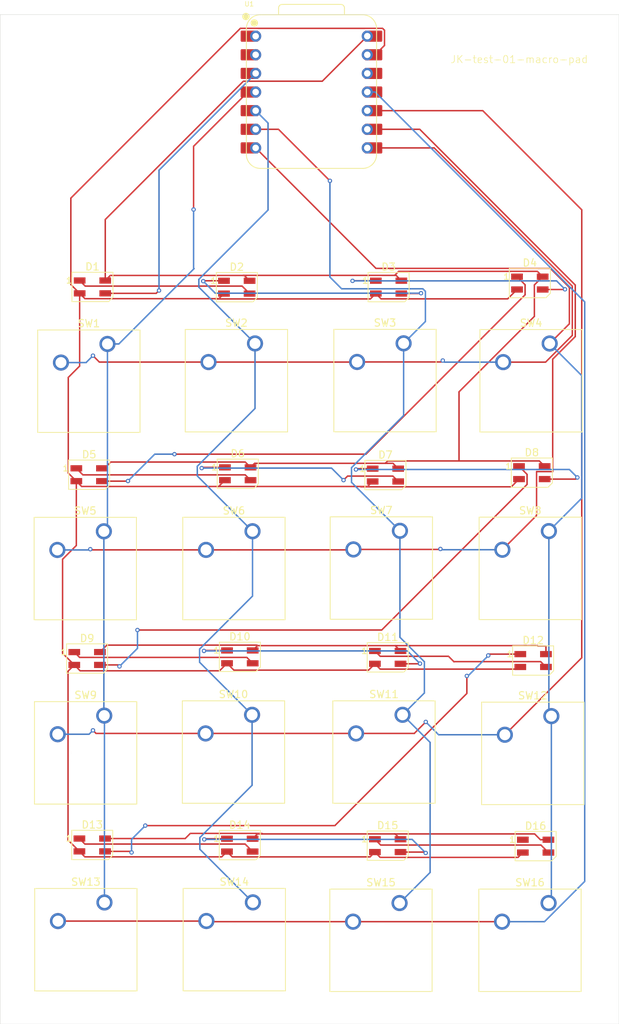
<source format=kicad_pcb>
(kicad_pcb (version 20241229) (generator "pcbnew") (generator_version "9.0")
  (layers (0 "F.Cu" signal) (2 "B.Cu" signal) (13 "F.Paste" user) (15 "B.Paste" user) (5 "F.SilkS" user "F.Silkscreen") (7 "B.SilkS" user "B.Silkscreen") (1 "F.Mask" user) (3 "B.Mask" user) (25 "Edge.Cuts" user))
  (net 0 "")
  (net 1 "+5V")
  (net 2 "GND")
  (net 3 "Net-(U1-GPIO1{slash}RX)")
  (net 4 "Net-(U1-GPIO4{slash}MISO)")
  (net 5 "Net-(U1-GPIO3{slash}MOSI)")
  (net 9 "Net-(U1-GPIO2{slash}SCK)")
  (net 10 "Net-(D1-DIN)")
  (net 11 "Net-(D1-DOUT)")
  (net 12 "Net-(D2-DOUT)")
  (net 13 "Net-(D3-DOUT)")
  (net 14 "Net-(D4-DOUT)")
  (net 15 "Net-(D5-DOUT)")
  (net 16 "Net-(D6-DOUT)")
  (net 17 "Net-(D7-DOUT)")
  (net 18 "Net-(D8-DOUT)")
  (net 19 "Net-(D10-DIN)")
  (net 20 "Net-(D10-DOUT)")
  (net 21 "Net-(D11-DOUT)")
  (net 22 "Net-(D12-DOUT)")
  (net 23 "Net-(D13-DOUT)")
  (net 24 "Net-(D14-DOUT)")
  (net 25 "Net-(D15-DOUT)")
  (net 27 "Net-(U1-GPIO29{slash}ADC3{slash}A3)")
  (net 28 "Net-(U1-GPIO6{slash}SDA)")
  (net 29 "Net-(U1-GPIO7{slash}SCL)")
  (net 30 "Net-(U1-GPIO0{slash}TX)")
  (footprint "LED_SMD:LED_SK6812MINI_PLCC4_3.5x3.5mm_P1.75mm" (layer "F.Cu") (at 178.1 88.9765)
    (property "Reference" "D8")
    (property "Value" "SK6812MINI")
  )
  (footprint "Button_Switch_Keyboard:SW_Cherry_MX_1.00u_PCB" (layer "F.Cu") (at 119.66 96.9715)
    (property "Reference" "SW5")
    (property "Value" "SW_Push")
  )
  (footprint "LED_SMD:LED_SK6812MINI_PLCC4_3.5x3.5mm_P1.75mm" (layer "F.Cu") (at 158.42 139.835)
    (property "Reference" "D15")
    (property "Value" "SK6812MINI")
  )
  (footprint "Button_Switch_Keyboard:SW_Cherry_MX_1.00u_PCB" (layer "F.Cu") (at 180.77 122.1715)
    (property "Reference" "SW12")
    (property "Value" "SW_Push")
  )
  (footprint "LED_SMD:LED_SK6812MINI_PLCC4_3.5x3.5mm_P1.75mm" (layer "F.Cu") (at 137.81 63.6815)
    (property "Reference" "D2")
    (property "Value" "SK6812MINI")
  )
  (footprint "Button_Switch_Keyboard:SW_Cherry_MX_1.00u_PCB" (layer "F.Cu") (at 160.04 147.66)
    (property "Reference" "SW15")
    (property "Value" "SW_Push")
  )
  (footprint "LED_SMD:LED_SK6812MINI_PLCC4_3.5x3.5mm_P1.75mm" (layer "F.Cu") (at 138.22 139.765)
    (property "Reference" "D14")
    (property "Value" "SK6812MINI")
  )
  (footprint "LED_SMD:LED_SK6812MINI_PLCC4_3.5x3.5mm_P1.75mm" (layer "F.Cu") (at 138.23 114.09)
    (property "Reference" "D10")
    (property "Value" "SK6812MINI")
  )
  (footprint "LED_SMD:LED_SK6812MINI_PLCC4_3.5x3.5mm_P1.75mm" (layer "F.Cu") (at 158.11 89.3)
    (property "Reference" "D7")
    (property "Value" "SK6812MINI")
  )
  (footprint "LED_SMD:LED_SK6812MINI_PLCC4_3.5x3.5mm_P1.75mm" (layer "F.Cu") (at 158.42 114.16)
    (property "Reference" "D11")
    (property "Value" "SK6812MINI")
  )
  (footprint "Button_Switch_Keyboard:SW_Cherry_MX_1.00u_PCB" (layer "F.Cu") (at 180.54 71.3615)
    (property "Reference" "SW4")
    (property "Value" "SW_Push")
  )
  (footprint "Button_Switch_Keyboard:SW_Cherry_MX_1.00u_PCB" (layer "F.Cu") (at 160.5925 71.3365)
    (property "Reference" "SW3")
    (property "Value" "SW_Push")
  )
  (footprint "Button_Switch_Keyboard:SW_Cherry_MX_1.00u_PCB" (layer "F.Cu") (at 120.15 71.4215)
    (property "Reference" "SW1")
    (property "Value" "SW_Push")
  )
  (footprint "Button_Switch_Keyboard:SW_Cherry_MX_1.00u_PCB" (layer "F.Cu") (at 180.39 147.66)
    (property "Reference" "SW16")
    (property "Value" "SW_Push")
  )
  (footprint "Seeed Studio XIAO Series Library:XIAO-RP2040-DIP" (layer "F.Cu") (at 148.01 37.07)
    (property "Reference" "U1")
    (property "Value" "XIAO-RP2040-DIP")
  )
  (footprint "LED_SMD:LED_SK6812MINI_PLCC4_3.5x3.5mm_P1.75mm" (layer "F.Cu") (at 137.94 89.125)
    (property "Reference" "D6")
    (property "Value" "SK6812MINI")
  )
  (footprint "LED_SMD:LED_SK6812MINI_PLCC4_3.5x3.5mm_P1.75mm" (layer "F.Cu") (at 118.1 63.6465)
    (property "Reference" "D1")
    (property "Value" "SK6812MINI")
  )
  (footprint "LED_SMD:LED_SK6812MINI_PLCC4_3.5x3.5mm_P1.75mm" (layer "F.Cu") (at 177.83 63.1215)
    (property "Reference" "D4")
    (property "Value" "SK6812MINI")
  )
  (footprint "Button_Switch_Keyboard:SW_Cherry_MX_1.00u_PCB" (layer "F.Cu") (at 119.71 122.1015)
    (property "Reference" "SW9")
    (property "Value" "SW_Push")
  )
  (footprint "LED_SMD:LED_SK6812MINI_PLCC4_3.5x3.5mm_P1.75mm" (layer "F.Cu") (at 158.54 63.6715)
    (property "Reference" "D3")
    (property "Value" "SK6812MINI")
  )
  (footprint "Button_Switch_Keyboard:SW_Cherry_MX_1.00u_PCB" (layer "F.Cu") (at 139.9 121.9915)
    (property "Reference" "SW10")
    (property "Value" "SW_Push")
  )
  (footprint "Button_Switch_Keyboard:SW_Cherry_MX_1.00u_PCB" (layer "F.Cu") (at 140.01 147.57)
    (property "Reference" "SW14")
    (property "Value" "SW_Push")
  )
  (footprint "Button_Switch_Keyboard:SW_Cherry_MX_1.00u_PCB" (layer "F.Cu") (at 139.96 96.9615)
    (property "Reference" "SW6")
    (property "Value" "SW_Push")
  )
  (footprint "Button_Switch_Keyboard:SW_Cherry_MX_1.00u_PCB" (layer "F.Cu") (at 160.45 121.9915)
    (property "Reference" "SW11")
    (property "Value" "SW_Push")
  )
  (footprint "LED_SMD:LED_SK6812MINI_PLCC4_3.5x3.5mm_P1.75mm" (layer "F.Cu") (at 117.65 89.255)
    (property "Reference" "D5")
    (property "Value" "SK6812MINI")
  )
  (footprint "Button_Switch_Keyboard:SW_Cherry_MX_1.00u_PCB" (layer "F.Cu") (at 140.3 71.3515)
    (property "Reference" "SW2")
    (property "Value" "SW_Push")
  )
  (footprint "Button_Switch_Keyboard:SW_Cherry_MX_1.00u_PCB" (layer "F.Cu") (at 119.74 147.58)
    (property "Reference" "SW13")
    (property "Value" "SW_Push")
  )
  (footprint "LED_SMD:LED_SK6812MINI_PLCC4_3.5x3.5mm_P1.75mm" (layer "F.Cu") (at 178.62 139.9)
    (property "Reference" "D16")
    (property "Value" "SK6812MINI")
  )
  (footprint "LED_SMD:LED_SK6812MINI_PLCC4_3.5x3.5mm_P1.75mm" (layer "F.Cu") (at 117.37 114.315)
    (property "Reference" "D9")
    (property "Value" "SK6812MINI")
  )
  (footprint "Button_Switch_Keyboard:SW_Cherry_MX_1.00u_PCB" (layer "F.Cu") (at 160.09 96.9015)
    (property "Reference" "SW7")
    (property "Value" "SW_Push")
  )
  (footprint "Button_Switch_Keyboard:SW_Cherry_MX_1.00u_PCB" (layer "F.Cu") (at 180.43 96.9415)
    (property "Reference" "SW8")
    (property "Value" "SW_Push")
  )
  (footprint "LED_SMD:LED_SK6812MINI_PLCC4_3.5x3.5mm_P1.75mm" (layer "F.Cu") (at 178.28 114.5915)
    (property "Reference" "D12")
    (property "Value" "SK6812MINI")
  )
  (footprint "LED_SMD:LED_SK6812MINI_PLCC4_3.5x3.5mm_P1.75mm" (layer "F.Cu") (at 118.07 139.74)
    (property "Reference" "D13")
    (property "Value" "SK6812MINI")
  )
  (gr_rect (start 105.5 26.51) (end 190 164.16) (stroke (width 0.05)) (fill no) (layer "Edge.Cuts"))
  (gr_text "JK-test-01-macro-pad" (at 166.94 33.2 0) (layer "F.SilkS") (effects (font (size 1 1) (thickness 0.1)) (justify left bottom)))
  (segment (start 119.4 88.38) (end 119.754 88.38) (width 0.2) (layer "F.Cu") (net 1))
  (segment (start 178.9235 112.61) (end 178.8725 112.559) (width 0.2) (layer "F.Cu") (net 1))
  (segment (start 131.466 138.164) (end 141.24 138.164) (width 0.2) (layer "F.Cu") (net 1))
  (segment (start 138.7 62.0705) (end 138.69 62.0805) (width 0.2) (layer "F.Cu") (net 1))
  (segment (start 140.566 112.489) (end 120.071 112.489) (width 0.2) (layer "F.Cu") (net 1))
  (segment (start 168.16 77.950186) (end 168.16 87.3755) (width 0.2) (layer "F.Cu") (net 1))
  (segment (start 159.33 138.234) (end 159.444 138.234) (width 0.2) (layer "F.Cu") (net 1))
  (segment (start 139.98 113.215) (end 140.636 112.559) (width 0.2) (layer "F.Cu") (net 1))
  (segment (start 140.626 138.234) (end 141.31 138.234) (width 0.2) (layer "F.Cu") (net 1))
  (segment (start 160.29 62.7965) (end 159.564 62.0705) (width 0.2) (layer "F.Cu") (net 1))
  (segment (start 119.85 62.7715) (end 120.541 62.0805) (width 0.2) (layer "F.Cu") (net 1))
  (segment (start 138.713374 35.593) (end 119.85 54.456374) (width 0.2) (layer "F.Cu") (net 1))
  (segment (start 119.82 138.865) (end 130.765 138.865) (width 0.2) (layer "F.Cu") (net 1))
  (segment (start 160.4645 112.9905) (end 160.17 113.285) (width 0.2) (layer "F.Cu") (net 1))
  (segment (start 159.86 88.425) (end 159.134 87.699) (width 0.2) (layer "F.Cu") (net 1))
  (segment (start 159.444 112.559) (end 160.17 113.285) (width 0.2) (layer "F.Cu") (net 1))
  (segment (start 179.85 88.1015) (end 179.124 87.3755) (width 0.2) (layer "F.Cu") (net 1))
  (segment (start 119.85 54.456374) (end 119.85 62.7715) (width 0.2) (layer "F.Cu") (net 1))
  (segment (start 159.37 62.0705) (end 138.7 62.0705) (width 0.2) (layer "F.Cu") (net 1))
  (segment (start 159.134 87.699) (end 158.09 87.699) (width 0.2) (layer "F.Cu") (net 1))
  (segment (start 138.964 87.524) (end 139.69 88.25) (width 0.2) (layer "F.Cu") (net 1))
  (segment (start 140.636 112.559) (end 140.566 112.489) (width 0.2) (layer "F.Cu") (net 1))
  (segment (start 158.4135 87.3755) (end 158.09 87.699) (width 0.2) (layer "F.Cu") (net 1))
  (segment (start 120.61 87.524) (end 138.964 87.524) (width 0.2) (layer "F.Cu") (net 1))
  (segment (start 159.564 62.0705) (end 159.37 62.0705) (width 0.2) (layer "F.Cu") (net 1))
  (segment (start 155.63 29.45) (end 149.487 35.593) (width 0.2) (layer "F.Cu") (net 1))
  (segment (start 141.31 138.234) (end 159.33 138.234) (width 0.2) (layer "F.Cu") (net 1))
  (segment (start 139.97 138.89) (end 140.626 138.234) (width 0.2) (layer "F.Cu") (net 1))
  (segment (start 141.24 138.164) (end 141.31 138.234) (width 0.2) (layer "F.Cu") (net 1))
  (segment (start 159.444 112.559) (end 178.8725 112.559) (width 0.2) (layer "F.Cu") (net 1))
  (segment (start 158.09 87.699) (end 140.241 87.699) (width 0.2) (layer "F.Cu") (net 1))
  (segment (start 168.16 87.3755) (end 158.4135 87.3755) (width 0.2) (layer "F.Cu") (net 1))
  (segment (start 149.487 35.593) (end 138.713374 35.593) (width 0.2) (layer "F.Cu") (net 1))
  (segment (start 140.241 87.699) (end 139.69 88.25) (width 0.2) (layer "F.Cu") (net 1))
  (segment (start 138.834 62.0805) (end 139.56 62.8065) (width 0.2) (layer "F.Cu") (net 1))
  (segment (start 178.854 61.5205) (end 159.92 61.5205) (width 0.2) (layer "F.Cu") (net 1))
  (segment (start 140.636 112.559) (end 159.444 112.559) (width 0.2) (layer "F.Cu") (net 1))
  (segment (start 178.484 138.234) (end 179.275 139.025) (width 0.2) (layer "F.Cu") (net 1))
  (segment (start 180.03 113.7165) (end 180.03 112.61) (width 0.2) (layer "F.Cu") (net 1))
  (segment (start 179.58 62.2465) (end 178.45 63.3765) (width 0.2) (layer "F.Cu") (net 1))
  (segment (start 120.541 62.0805) (end 138.69 62.0805) (width 0.2) (layer "F.Cu") (net 1))
  (segment (start 178.45 67.660186) (end 168.16 77.950186) (width 0.2) (layer "F.Cu") (net 1))
  (segment (start 159.92 61.5205) (end 159.37 62.0705) (width 0.2) (layer "F.Cu") (net 1))
  (segment (start 159.33 138.234) (end 178.484 138.234) (width 0.2) (layer "F.Cu") (net 1))
  (segment (start 119.754 88.38) (end 120.61 87.524) (width 0.2) (layer "F.Cu") (net 1))
  (segment (start 138.69 62.0805) (end 138.834 62.0805) (width 0.2) (layer "F.Cu") (net 1))
  (segment (start 159.444 138.234) (end 160.17 138.96) (width 0.2) (layer "F.Cu") (net 1))
  (segment (start 120.071 112.489) (end 119.12 113.44) (width 0.2) (layer "F.Cu") (net 1))
  (segment (start 179.124 87.3755) (end 168.16 87.3755) (width 0.2) (layer "F.Cu") (net 1))
  (segment (start 178.45 63.3765) (end 178.45 67.660186) (width 0.2) (layer "F.Cu") (net 1))
  (segment (start 179.275 139.025) (end 180.37 139.025) (width 0.2) (layer "F.Cu") (net 1))
  (segment (start 179.58 62.2465) (end 178.854 61.5205) (width 0.2) (layer "F.Cu") (net 1))
  (segment (start 180.03 112.61) (end 178.9235 112.61) (width 0.2) (layer "F.Cu") (net 1))
  (segment (start 130.765 138.865) (end 131.466 138.164) (width 0.2) (layer "F.Cu") (net 1))
  (segment (start 115.15 63.3215) (end 115.15 51.536374) (width 0.2) (layer "F.Cu") (net 2))
  (segment (start 116.35 64.5215) (end 115.15 63.3215) (width 0.2) (layer "F.Cu") (net 2))
  (segment (start 156.36 90.175) (end 155.679 90.856) (width 0.2) (layer "F.Cu") (net 2))
  (segment (start 157.396 141.436) (end 156.67 140.71) (width 0.2) (layer "F.Cu") (net 2))
  (segment (start 155.805 115.9) (end 137.415 115.9) (width 0.2) (layer "F.Cu") (net 2))
  (segment (start 135.454 115.991) (end 116.421 115.991) (width 0.2) (layer "F.Cu") (net 2))
  (segment (start 176.08 63.9965) (end 174.804 65.2725) (width 0.2) (layer "F.Cu") (net 2))
  (segment (start 176.87 140.775) (end 176.209 141.436) (width 0.2) (layer "F.Cu") (net 2))
  (segment (start 137.196 141.366) (end 136.47 140.64) (width 0.2) (layer "F.Cu") (net 2))
  (segment (start 175.3005 90.901) (end 154.755 90.901) (width 0.2) (layer "F.Cu") (net 2))
  (segment (start 176.2355 115.761) (end 157.396 115.761) (width 0.2) (layer "F.Cu") (net 2))
  (segment (start 157.982 30.71563) (end 156.70763 31.99) (width 0.2) (layer "F.Cu") (net 2))
  (segment (start 134.88 65.2475) (end 135.369 65.2475) (width 0.2) (layer "F.Cu") (net 2))
  (segment (start 138.299374 28.387) (end 157.720626 28.387) (width 0.2) (layer "F.Cu") (net 2))
  (segment (start 116.32 140.615) (end 114.766 139.061) (width 0.2) (layer "F.Cu") (net 2))
  (segment (start 176.35 89.8515) (end 175.3005 90.901) (width 0.2) (layer "F.Cu") (net 2))
  (segment (start 115.62 115.19) (end 114.02 113.59) (width 0.2) (layer "F.Cu") (net 2))
  (segment (start 154.755 90.901) (end 154.71 90.856) (width 0.2) (layer "F.Cu") (net 2))
  (segment (start 114.02 100.782814) (end 115.9 98.902814) (width 0.2) (layer "F.Cu") (net 2))
  (segment (start 116.421 115.991) (end 115.62 115.19) (width 0.2) (layer "F.Cu") (net 2))
  (segment (start 157.982 28.648374) (end 157.982 30.71563) (width 0.2) (layer "F.Cu") (net 2))
  (segment (start 136.48 114.965) (end 135.454 115.991) (width 0.2) (layer "F.Cu") (net 2))
  (segment (start 156.67 115.035) (end 155.805 115.9) (width 0.2) (layer "F.Cu") (net 2))
  (segment (start 157.720626 28.387) (end 157.982 28.648374) (width 0.2) (layer "F.Cu") (net 2))
  (segment (start 157.516 65.2725) (end 156.79 64.5465) (width 0.2) (layer "F.Cu") (net 2))
  (segment (start 156.79 64.5465) (end 156.054 65.2825) (width 0.2) (layer "F.Cu") (net 2))
  (segment (start 114.766 116.044) (end 115.62 115.19) (width 0.2) (layer "F.Cu") (net 2))
  (segment (start 136.47 140.64) (end 135.749 141.361) (width 0.2) (layer "F.Cu") (net 2))
  (segment (start 174.804 65.2725) (end 157.516 65.2725) (width 0.2) (layer "F.Cu") (net 2))
  (segment (start 156.014 141.366) (end 137.196 141.366) (width 0.2) (layer "F.Cu") (net 2))
  (segment (start 114.799 75.987684) (end 116.35 74.436684) (width 0.2) (layer "F.Cu") (net 2))
  (segment (start 115.15 51.536374) (end 138.299374 28.387) (width 0.2) (layer "F.Cu") (net 2))
  (segment (start 135.334 90.856) (end 136.19 90) (width 0.2) (layer "F.Cu") (net 2))
  (segment (start 116.626 90.856) (end 135.334 90.856) (width 0.2) (layer "F.Cu") (net 2))
  (segment (start 117.066 141.361) (end 116.32 140.615) (width 0.2) (layer "F.Cu") (net 2))
  (segment (start 114.766 139.061) (end 114.766 116.044) (width 0.2) (layer "F.Cu") (net 2))
  (segment (start 117.076 65.2475) (end 134.88 65.2475) (width 0.2) (layer "F.Cu") (net 2))
  (segment (start 116.35 64.5215) (end 117.076 65.2475) (width 0.2) (layer "F.Cu") (net 2))
  (segment (start 157.396 115.761) (end 156.67 115.035) (width 0.2) (layer "F.Cu") (net 2))
  (segment (start 135.749 141.361) (end 117.066 141.361) (width 0.2) (layer "F.Cu") (net 2))
  (segment (start 176.53 115.4665) (end 176.2355 115.761) (width 0.2) (layer "F.Cu") (net 2))
  (segment (start 115.9 90.13) (end 114.799 89.029) (width 0.2) (layer "F.Cu") (net 2))
  (segment (start 116.35 74.436684) (end 116.35 64.5215) (width 0.2) (layer "F.Cu") (net 2))
  (segment (start 114.02 113.59) (end 114.02 100.782814) (width 0.2) (layer "F.Cu") (net 2))
  (segment (start 176.209 141.436) (end 157.396 141.436) (width 0.2) (layer "F.Cu") (net 2))
  (segment (start 156.70763 31.99) (end 155.63 31.99) (width 0.2) (layer "F.Cu") (net 2))
  (segment (start 135.369 65.2475) (end 136.06 64.5565) (width 0.2) (layer "F.Cu") (net 2))
  (segment (start 115.9 98.902814) (end 115.9 90.13) (width 0.2) (layer "F.Cu") (net 2))
  (segment (start 155.679 90.856) (end 154.71 90.856) (width 0.2) (layer "F.Cu") (net 2))
  (segment (start 134.915 65.2825) (end 134.88 65.2475) (width 0.2) (layer "F.Cu") (net 2))
  (segment (start 156.054 65.2825) (end 134.915 65.2825) (width 0.2) (layer "F.Cu") (net 2))
  (segment (start 156.67 140.71) (end 156.014 141.366) (width 0.2) (layer "F.Cu") (net 2))
  (segment (start 115.9 90.13) (end 116.626 90.856) (width 0.2) (layer "F.Cu") (net 2))
  (segment (start 137.415 115.9) (end 136.48 114.965) (width 0.2) (layer "F.Cu") (net 2))
  (segment (start 154.71 90.856) (end 135.334 90.856) (width 0.2) (layer "F.Cu") (net 2))
  (segment (start 114.799 89.029) (end 114.799 75.987684) (width 0.2) (layer "F.Cu") (net 2))
  (segment (start 164.767043 44.69) (end 155.63 44.69) (width 0.2) (layer "F.Cu") (net 3))
  (segment (start 183.632 63.554957) (end 164.767043 44.69) (width 0.2) (layer "F.Cu") (net 3))
  (segment (start 174.19 73.9015) (end 179.981314 73.9015) (width 0.2) (layer "F.Cu") (net 3))
  (segment (start 154.2275 73.8915) (end 154.2425 73.8765) (width 0.2) (layer "F.Cu") (net 3))
  (segment (start 183.632 70.250814) (end 183.632 63.554957) (width 0.2) (layer "F.Cu") (net 3))
  (segment (start 179.981314 73.9015) (end 183.632 70.250814) (width 0.2) (layer "F.Cu") (net 3))
  (segment (start 165.7435 73.8765) (end 165.94 73.68) (width 0.2) (layer "F.Cu") (net 3))
  (segment (start 154.2425 73.8765) (end 165.7435 73.8765) (width 0.2) (layer "F.Cu") (net 3))
  (segment (start 119.0415 73.8915) (end 133.95 73.8915) (width 0.2) (layer "F.Cu") (net 3))
  (segment (start 133.95 73.8915) (end 154.2275 73.8915) (width 0.2) (layer "F.Cu") (net 3))
  (segment (start 118.17 73.02) (end 119.0415 73.8915) (width 0.2) (layer "F.Cu") (net 3))
  (via (at 165.94 73.68) (size 0.6) (drill 0.3) (layers "F.Cu" "B.Cu") (net 3))
  (via (at 118.17 73.02) (size 0.6) (drill 0.3) (layers "F.Cu" "B.Cu") (net 3))
  (segment (start 166.1615 73.9015) (end 174.19 73.9015) (width 0.2) (layer "B.Cu") (net 3))
  (segment (start 117.2285 73.9615) (end 118.17 73.02) (width 0.2) (layer "B.Cu") (net 3))
  (segment (start 113.8 73.9615) (end 117.2285 73.9615) (width 0.2) (layer "B.Cu") (net 3))
  (segment (start 165.94 73.68) (end 166.1615 73.9015) (width 0.2) (layer "B.Cu") (net 3))
  (segment (start 154.1 124.5315) (end 162.0485 124.5315) (width 0.2) (layer "F.Cu") (net 4))
  (segment (start 171.4 39.61) (end 156.465 39.61) (width 0.2) (layer "F.Cu") (net 4))
  (segment (start 118.17 124.11) (end 118.5915 124.5315) (width 0.2) (layer "F.Cu") (net 4))
  (segment (start 162.0485 124.5315) (end 163.62 122.96) (width 0.2) (layer "F.Cu") (net 4))
  (segment (start 184.921 53.131) (end 171.4 39.61) (width 0.2) (layer "F.Cu") (net 4))
  (segment (start 118.5915 124.5315) (end 133.55 124.5315) (width 0.2) (layer "F.Cu") (net 4))
  (segment (start 133.55 124.5315) (end 154.1 124.5315) (width 0.2) (layer "F.Cu") (net 4))
  (segment (start 184.921 114.2105) (end 184.921 53.131) (width 0.2) (layer "F.Cu") (net 4))
  (segment (start 174.42 124.7115) (end 184.921 114.2105) (width 0.2) (layer "F.Cu") (net 4))
  (via (at 163.62 122.96) (size 0.6) (drill 0.3) (layers "F.Cu" "B.Cu") (net 4))
  (via (at 118.17 124.11) (size 0.6) (drill 0.3) (layers "F.Cu" "B.Cu") (net 4))
  (segment (start 117.6385 124.6415) (end 118.17 124.11) (width 0.2) (layer "B.Cu") (net 4))
  (segment (start 165.3715 124.7115) (end 174.42 124.7115) (width 0.2) (layer "B.Cu") (net 4))
  (segment (start 113.36 124.6415) (end 117.6385 124.6415) (width 0.2) (layer "B.Cu") (net 4))
  (segment (start 163.62 122.96) (end 165.3715 124.7115) (width 0.2) (layer "B.Cu") (net 4))
  (segment (start 133.66 150.11) (end 134.1 150.11) (width 0.2) (layer "F.Cu") (net 5))
  (segment (start 113.39 150.12) (end 133.65 150.12) (width 0.2) (layer "F.Cu") (net 5))
  (segment (start 133.65 150.12) (end 133.66 150.11) (width 0.2) (layer "F.Cu") (net 5))
  (segment (start 134.19 150.2) (end 153.69 150.2) (width 0.2) (layer "F.Cu") (net 5))
  (segment (start 153.69 150.2) (end 174.04 150.2) (width 0.2) (layer "F.Cu") (net 5))
  (segment (start 134.1 150.11) (end 134.19 150.2) (width 0.2) (layer "F.Cu") (net 5))
  (segment (start 179.831314 150.2) (end 185.322 144.709314) (width 0.2) (layer "B.Cu") (net 5))
  (segment (start 185.322 65.68437) (end 156.70763 37.07) (width 0.2) (layer "B.Cu") (net 5))
  (segment (start 156.70763 37.07) (end 155.63 37.07) (width 0.2) (layer "B.Cu") (net 5))
  (segment (start 185.322 144.709314) (end 185.322 65.68437) (width 0.2) (layer "B.Cu") (net 5))
  (segment (start 174.04 150.2) (end 179.831314 150.2) (width 0.2) (layer "B.Cu") (net 5))
  (segment (start 180.951 73.498914) (end 184.033 70.416914) (width 0.2) (layer "F.Cu") (net 9))
  (segment (start 153.68 99.5015) (end 153.74 99.4415) (width 0.2) (layer "F.Cu") (net 9))
  (segment (start 162.794143 42.15) (end 155.63 42.15) (width 0.2) (layer "F.Cu") (net 9))
  (segment (start 174.08 99.4815) (end 178.749 94.8125) (width 0.2) (layer "F.Cu") (net 9))
  (segment (start 184.033 63.388857) (end 162.794143 42.15) (width 0.2) (layer "F.Cu") (net 9))
  (segment (start 153.74 99.4415) (end 165.5585 99.4415) (width 0.2) (layer "F.Cu") (net 9))
  (segment (start 133.61 99.5015) (end 153.68 99.5015) (width 0.2) (layer "F.Cu") (net 9))
  (segment (start 178.749 94.8125) (end 178.749 88.8275) (width 0.2) (layer "F.Cu") (net 9))
  (segment (start 165.5585 99.4415) (end 165.62 99.38) (width 0.2) (layer "F.Cu") (net 9))
  (segment (start 180.951 88.8275) (end 180.951 73.498914) (width 0.2) (layer "F.Cu") (net 9))
  (segment (start 184.033 70.416914) (end 184.033 63.388857) (width 0.2) (layer "F.Cu") (net 9))
  (segment (start 117.81 99.41) (end 117.9015 99.5015) (width 0.2) (layer "F.Cu") (net 9))
  (segment (start 178.749 88.8275) (end 180.951 88.8275) (width 0.2) (layer "F.Cu") (net 9))
  (segment (start 117.9015 99.5015) (end 133.61 99.5015) (width 0.2) (layer "F.Cu") (net 9))
  (via (at 165.62 99.38) (size 0.6) (drill 0.3) (layers "F.Cu" "B.Cu") (net 9))
  (via (at 117.81 99.41) (size 0.6) (drill 0.3) (layers "F.Cu" "B.Cu") (net 9))
  (segment (start 117.7085 99.5115) (end 117.81 99.41) (width 0.2) (layer "B.Cu") (net 9))
  (segment (start 165.62 99.38) (end 165.7215 99.4815) (width 0.2) (layer "B.Cu") (net 9))
  (segment (start 165.7215 99.4815) (end 174.08 99.4815) (width 0.2) (layer "B.Cu") (net 9))
  (segment (start 113.31 99.5115) (end 117.7085 99.5115) (width 0.2) (layer "B.Cu") (net 9))
  (segment (start 126.801 64.5215) (end 127.19 64.1325) (width 0.2) (layer "F.Cu") (net 10))
  (segment (start 119.85 64.5215) (end 126.801 64.5215) (width 0.2) (layer "F.Cu") (net 10))
  (via (at 127.19 64.1325) (size 0.6) (drill 0.3) (layers "F.Cu" "B.Cu") (net 10))
  (segment (start 127.19 47.73) (end 140.39 34.53) (width 0.2) (layer "B.Cu") (net 10))
  (segment (start 127.19 64.1325) (end 127.19 47.73) (width 0.2) (layer "B.Cu") (net 10))
  (segment (start 117.111 63.5325) (end 138.536 63.5325) (width 0.2) (layer "F.Cu") (net 11))
  (segment (start 116.35 62.7715) (end 117.111 63.5325) (width 0.2) (layer "F.Cu") (net 11))
  (segment (start 138.536 63.5325) (end 139.56 64.5565) (width 0.2) (layer "F.Cu") (net 11))
  (segment (start 162.6035 64.5465) (end 160.29 64.5465) (width 0.2) (layer "F.Cu") (net 12))
  (segment (start 162.97 64.5) (end 162.65 64.5) (width 0.2) (layer "F.Cu") (net 12))
  (segment (start 162.65 64.5) (end 162.6035 64.5465) (width 0.2) (layer "F.Cu") (net 12))
  (segment (start 136.06 62.8065) (end 133.2835 62.8065) (width 0.2) (layer "F.Cu") (net 12))
  (segment (start 133.2835 62.8065) (end 133.23 62.86) (width 0.2) (layer "F.Cu") (net 12))
  (via (at 133.23 62.86) (size 0.6) (drill 0.3) (layers "F.Cu" "B.Cu") (net 12))
  (via (at 162.97 64.5) (size 0.6) (drill 0.3) (layers "F.Cu" "B.Cu") (net 12))
  (segment (start 133.23 62.86) (end 134.87 64.5) (width 0.2) (layer "B.Cu") (net 12))
  (segment (start 134.87 64.5) (end 162.97 64.5) (width 0.2) (layer "B.Cu") (net 12))
  (segment (start 182.63 63.97) (end 182.6035 63.9965) (width 0.2) (layer "F.Cu") (net 13))
  (segment (start 153.6435 62.7965) (end 153.62 62.82) (width 0.2) (layer "F.Cu") (net 13))
  (segment (start 156.79 62.7965) (end 153.6435 62.7965) (width 0.2) (layer "F.Cu") (net 13))
  (segment (start 182.6035 63.9965) (end 179.58 63.9965) (width 0.2) (layer "F.Cu") (net 13))
  (via (at 153.62 62.82) (size 0.6) (drill 0.3) (layers "F.Cu" "B.Cu") (net 13))
  (via (at 182.63 63.97) (size 0.6) (drill 0.3) (layers "F.Cu" "B.Cu") (net 13))
  (segment (start 153.62 62.82) (end 181.48 62.82) (width 0.2) (layer "B.Cu") (net 13))
  (segment (start 181.48 62.82) (end 182.63 63.97) (width 0.2) (layer "B.Cu") (net 13))
  (segment (start 177.181 63.3475) (end 176.08 62.2465) (width 0.2) (layer "F.Cu") (net 14))
  (segment (start 119.4 90.13) (end 122.93 90.13) (width 0.2) (layer "F.Cu") (net 14))
  (segment (start 129.3 86.45) (end 155.4535 86.45) (width 0.2) (layer "F.Cu") (net 14))
  (segment (start 177.181 64.7225) (end 177.181 63.3475) (width 0.2) (layer "F.Cu") (net 14))
  (segment (start 155.4535 86.45) (end 177.181 64.7225) (width 0.2) (layer "F.Cu") (net 14))
  (segment (start 122.93 90.13) (end 122.95 90.11) (width 0.2) (layer "F.Cu") (net 14))
  (via (at 122.95 90.11) (size 0.6) (drill 0.3) (layers "F.Cu" "B.Cu") (net 14))
  (via (at 129.3 86.45) (size 0.6) (drill 0.3) (layers "F.Cu" "B.Cu") (net 14))
  (segment (start 126.61 86.45) (end 129.3 86.45) (width 0.2) (layer "B.Cu") (net 14))
  (segment (start 122.95 90.11) (end 126.61 86.45) (width 0.2) (layer "B.Cu") (net 14))
  (segment (start 116.794 89.274) (end 138.964 89.274) (width 0.2) (layer "F.Cu") (net 15))
  (segment (start 115.9 88.38) (end 116.794 89.274) (width 0.2) (layer "F.Cu") (net 15))
  (segment (start 138.964 89.274) (end 139.69 90) (width 0.2) (layer "F.Cu") (net 15))
  (segment (start 159.125 89.44) (end 159.86 90.175) (width 0.2) (layer "F.Cu") (net 16))
  (segment (start 136.19 88.25) (end 133.12 88.25) (width 0.2) (layer "F.Cu") (net 16))
  (segment (start 152.94 89.44) (end 159.125 89.44) (width 0.2) (layer "F.Cu") (net 16))
  (segment (start 133.12 88.25) (end 133.02 88.35) (width 0.2) (layer "F.Cu") (net 16))
  (segment (start 152.39 89.99) (end 152.94 89.44) (width 0.2) (layer "F.Cu") (net 16))
  (via (at 152.39 89.99) (size 0.6) (drill 0.3) (layers "F.Cu" "B.Cu") (net 16))
  (via (at 133.02 88.35) (size 0.6) (drill 0.3) (layers "F.Cu" "B.Cu") (net 16))
  (segment (start 150.75 88.35) (end 152.39 89.99) (width 0.2) (layer "B.Cu") (net 16))
  (segment (start 133.02 88.35) (end 150.75 88.35) (width 0.2) (layer "B.Cu") (net 16))
  (segment (start 184.32 89.63) (end 184.0985 89.8515) (width 0.2) (layer "F.Cu") (net 17))
  (segment (start 154.195 88.425) (end 154.08 88.54) (width 0.2) (layer "F.Cu") (net 17))
  (segment (start 184.0985 89.8515) (end 179.85 89.8515) (width 0.2) (layer "F.Cu") (net 17))
  (segment (start 156.36 88.425) (end 154.195 88.425) (width 0.2) (layer "F.Cu") (net 17))
  (via (at 184.32 89.63) (size 0.6) (drill 0.3) (layers "F.Cu" "B.Cu") (net 17))
  (via (at 154.08 88.54) (size 0.6) (drill 0.3) (layers "F.Cu" "B.Cu") (net 17))
  (segment (start 154.08 88.54) (end 183.23 88.54) (width 0.2) (layer "B.Cu") (net 17))
  (segment (start 183.23 88.54) (end 184.32 89.63) (width 0.2) (layer "B.Cu") (net 17))
  (segment (start 121.59 115.19) (end 119.12 115.19) (width 0.2) (layer "F.Cu") (net 18))
  (segment (start 176.35 88.1015) (end 177.451 89.2025) (width 0.2) (layer "F.Cu") (net 18))
  (segment (start 121.79 115.39) (end 121.59 115.19) (width 0.2) (layer "F.Cu") (net 18))
  (segment (start 157.5985 110.43) (end 124.25 110.43) (width 0.2) (layer "F.Cu") (net 18))
  (segment (start 177.451 90.5775) (end 157.5985 110.43) (width 0.2) (layer "F.Cu") (net 18))
  (segment (start 177.451 89.2025) (end 177.451 90.5775) (width 0.2) (layer "F.Cu") (net 18))
  (via (at 124.25 110.43) (size 0.6) (drill 0.3) (layers "F.Cu" "B.Cu") (net 18))
  (via (at 121.79 115.39) (size 0.6) (drill 0.3) (layers "F.Cu" "B.Cu") (net 18))
  (segment (start 124.25 112.93) (end 121.79 115.39) (width 0.2) (layer "B.Cu") (net 18))
  (segment (start 124.25 110.43) (end 124.25 112.93) (width 0.2) (layer "B.Cu") (net 18))
  (segment (start 115.62 113.44) (end 116.346 114.166) (width 0.2) (layer "F.Cu") (net 19))
  (segment (start 139.181 114.166) (end 139.98 114.965) (width 0.2) (layer "F.Cu") (net 19))
  (segment (start 116.346 114.166) (end 139.181 114.166) (width 0.2) (layer "F.Cu") (net 19))
  (segment (start 136.48 113.215) (end 133.395 113.215) (width 0.2) (layer "F.Cu") (net 20))
  (segment (start 162.805 115.035) (end 160.17 115.035) (width 0.2) (layer "F.Cu") (net 20))
  (segment (start 133.395 113.215) (end 133.33 113.28) (width 0.2) (layer "F.Cu") (net 20))
  (segment (start 162.83 115.01) (end 162.805 115.035) (width 0.2) (layer "F.Cu") (net 20))
  (via (at 162.83 115.01) (size 0.6) (drill 0.3) (layers "F.Cu" "B.Cu") (net 20))
  (via (at 133.33 113.28) (size 0.6) (drill 0.3) (layers "F.Cu" "B.Cu") (net 20))
  (segment (start 133.33 113.28) (end 161.1 113.28) (width 0.2) (layer "B.Cu") (net 20))
  (segment (start 161.1 113.28) (end 162.83 115.01) (width 0.2) (layer "B.Cu") (net 20))
  (segment (start 157.396 114.011) (end 166.721 114.011) (width 0.2) (layer "F.Cu") (net 21))
  (segment (start 167.47 114.76) (end 167.4895 114.7405) (width 0.2) (layer "F.Cu") (net 21))
  (segment (start 156.67 113.285) (end 157.396 114.011) (width 0.2) (layer "F.Cu") (net 21))
  (segment (start 166.721 114.011) (end 167.47 114.76) (width 0.2) (layer "F.Cu") (net 21))
  (segment (start 167.4895 114.7405) (end 179.304 114.7405) (width 0.2) (layer "F.Cu") (net 21))
  (segment (start 179.304 114.7405) (end 180.03 115.4665) (width 0.2) (layer "F.Cu") (net 21))
  (segment (start 169.23 116.69) (end 169.23 119.076316) (width 0.2) (layer "F.Cu") (net 22))
  (segment (start 172.3335 113.7165) (end 172.15 113.9) (width 0.2) (layer "F.Cu") (net 22))
  (segment (start 123.295 140.615) (end 119.82 140.615) (width 0.2) (layer "F.Cu") (net 22))
  (segment (start 176.53 113.7165) (end 172.3335 113.7165) (width 0.2) (layer "F.Cu") (net 22))
  (segment (start 151.206316 137.1) (end 125.32 137.1) (width 0.2) (layer "F.Cu") (net 22))
  (segment (start 123.44 140.76) (end 123.295 140.615) (width 0.2) (layer "F.Cu") (net 22))
  (segment (start 169.23 119.076316) (end 151.206316 137.1) (width 0.2) (layer "F.Cu") (net 22))
  (via (at 125.32 137.1) (size 0.6) (drill 0.3) (layers "F.Cu" "B.Cu") (net 22))
  (via (at 169.23 116.69) (size 0.6) (drill 0.3) (layers "F.Cu" "B.Cu") (net 22))
  (via (at 172.15 113.9) (size 0.6) (drill 0.3) (layers "F.Cu" "B.Cu") (net 22))
  (via (at 123.44 140.76) (size 0.6) (drill 0.3) (layers "F.Cu" "B.Cu") (net 22))
  (segment (start 123.44 138.98) (end 123.44 140.76) (width 0.2) (layer "B.Cu") (net 22))
  (segment (start 169.27 116.81) (end 169.23 116.77) (width 0.2) (layer "B.Cu") (net 22))
  (segment (start 172.15 113.9) (end 172.15 113.93) (width 0.2) (layer "B.Cu") (net 22))
  (segment (start 169.23 116.77) (end 169.23 116.69) (width 0.2) (layer "B.Cu") (net 22))
  (segment (start 125.32 137.1) (end 123.44 138.98) (width 0.2) (layer "B.Cu") (net 22))
  (segment (start 172.15 113.93) (end 169.27 116.81) (width 0.2) (layer "B.Cu") (net 22))
  (segment (start 138.946 139.616) (end 139.97 140.64) (width 0.2) (layer "F.Cu") (net 23))
  (segment (start 116.32 138.865) (end 117.071 139.616) (width 0.2) (layer "F.Cu") (net 23))
  (segment (start 117.071 139.616) (end 138.946 139.616) (width 0.2) (layer "F.Cu") (net 23))
  (segment (start 163.49 140.71) (end 160.17 140.71) (width 0.2) (layer "F.Cu") (net 24))
  (segment (start 163.61 140.83) (end 163.49 140.71) (width 0.2) (layer "F.Cu") (net 24))
  (segment (start 133.46 138.89) (end 133.37 138.98) (width 0.2) (layer "F.Cu") (net 24))
  (segment (start 136.47 138.89) (end 133.46 138.89) (width 0.2) (layer "F.Cu") (net 24))
  (via (at 133.37 138.98) (size 0.6) (drill 0.3) (layers "F.Cu" "B.Cu") (net 24))
  (via (at 163.61 140.83) (size 0.6) (drill 0.3) (layers "F.Cu" "B.Cu") (net 24))
  (segment (start 161.76 138.98) (end 163.61 140.83) (width 0.2) (layer "B.Cu") (net 24))
  (segment (start 133.37 138.98) (end 161.76 138.98) (width 0.2) (layer "B.Cu") (net 24))
  (segment (start 156.67 138.96) (end 157.461 139.751) (width 0.2) (layer "F.Cu") (net 25))
  (segment (start 179.346 139.751) (end 180.37 140.775) (width 0.2) (layer "F.Cu") (net 25))
  (segment (start 157.461 139.751) (end 179.346 139.751) (width 0.2) (layer "F.Cu") (net 25))
  (segment (start 140.39 37.07) (end 139.31237 37.07) (width 0.2) (layer "F.Cu") (net 27))
  (segment (start 131.91 44.47237) (end 131.91 53.09) (width 0.2) (layer "F.Cu") (net 27))
  (segment (start 139.31237 37.07) (end 131.91 44.47237) (width 0.2) (layer "F.Cu") (net 27))
  (via (at 131.91 53.09) (size 0.6) (drill 0.3) (layers "F.Cu" "B.Cu") (net 27))
  (segment (start 120.15 96.4815) (end 119.66 96.9715) (width 0.2) (layer "B.Cu") (net 27))
  (segment (start 119.66 96.9715) (end 119.66 122.0515) (width 0.2) (layer "B.Cu") (net 27))
  (segment (start 119.71 122.1015) (end 119.71 122.3) (width 0.2) (layer "B.Cu") (net 27))
  (segment (start 131.91 53.09) (end 131.91 61.09) (width 0.2) (layer "B.Cu") (net 27))
  (segment (start 119.66 122.0515) (end 119.71 122.1015) (width 0.2) (layer "B.Cu") (net 27))
  (segment (start 131.91 61.09) (end 131.973567 61.153567) (width 0.2) (layer "B.Cu") (net 27))
  (segment (start 119.71 122.3) (end 119.74 122.33) (width 0.2) (layer "B.Cu") (net 27))
  (segment (start 121.705634 71.4215) (end 131.973567 61.153567) (width 0.2) (layer "B.Cu") (net 27))
  (segment (start 120.15 71.4215) (end 120.15 96.4815) (width 0.2) (layer "B.Cu") (net 27))
  (segment (start 120.15 71.4215) (end 121.705634 71.4215) (width 0.2) (layer "B.Cu") (net 27))
  (segment (start 119.74 122.33) (end 119.74 147.58) (width 0.2) (layer "B.Cu") (net 27))
  (segment (start 139.9 121.9915) (end 139.9 131.600057) (width 0.2) (layer "B.Cu") (net 28))
  (segment (start 139.96 96.9615) (end 139.96 105.800057) (width 0.2) (layer "B.Cu") (net 28))
  (segment (start 139.9 131.600057) (end 132.769 138.731057) (width 0.2) (layer "B.Cu") (net 28))
  (segment (start 132.629 63.6805) (end 140.3 71.3515) (width 0.2) (layer "B.Cu") (net 28))
  (segment (start 132.419 89.4205) (end 139.96 96.9615) (width 0.2) (layer "B.Cu") (net 28))
  (segment (start 139.96 105.800057) (end 132.729 113.031057) (width 0.2) (layer "B.Cu") (net 28))
  (segment (start 132.729 114.8205) (end 139.9 121.9915) (width 0.2) (layer "B.Cu") (net 28))
  (segment (start 140.3 80.220057) (end 132.419 88.101057) (width 0.2) (layer "B.Cu") (net 28))
  (segment (start 140.39 39.61) (end 142.079 41.299) (width 0.2) (layer "B.Cu") (net 28))
  (segment (start 142.079 41.299) (end 142.079 53.161057) (width 0.2) (layer "B.Cu") (net 28))
  (segment (start 132.419 88.101057) (end 132.419 89.4205) (width 0.2) (layer "B.Cu") (net 28))
  (segment (start 132.729 113.031057) (end 132.729 114.8205) (width 0.2) (layer "B.Cu") (net 28))
  (segment (start 140.3 71.3515) (end 140.3 80.220057) (width 0.2) (layer "B.Cu") (net 28))
  (segment (start 132.769 138.731057) (end 132.769 140.329) (width 0.2) (layer "B.Cu") (net 28))
  (segment (start 132.629 62.611057) (end 132.629 63.6805) (width 0.2) (layer "B.Cu") (net 28))
  (segment (start 132.769 140.329) (end 140.01 147.57) (width 0.2) (layer "B.Cu") (net 28))
  (segment (start 142.079 53.161057) (end 132.629 62.611057) (width 0.2) (layer "B.Cu") (net 28))
  (segment (start 143.5 42.15) (end 150.53 49.18) (width 0.2) (layer "F.Cu") (net 29))
  (segment (start 140.39 42.15) (end 143.5 42.15) (width 0.2) (layer "F.Cu") (net 29))
  (via (at 150.53 49.18) (size 0.6) (drill 0.3) (layers "F.Cu" "B.Cu") (net 29))
  (segment (start 160.09 96.9015) (end 160.09 111.420057) (width 0.2) (layer "B.Cu") (net 29))
  (segment (start 152.129 63.899) (end 163.218943 63.899) (width 0.2) (layer "B.Cu") (net 29))
  (segment (start 163.431 114.761057) (end 163.431 119.0105) (width 0.2) (layer "B.Cu") (net 29))
  (segment (start 164.211 143.489) (end 160.04 147.66) (width 0.2) (layer "B.Cu") (net 29))
  (segment (start 164.211 125.7525) (end 164.211 143.489) (width 0.2) (layer "B.Cu") (net 29))
  (segment (start 150.53 62.3) (end 152.129 63.899) (width 0.2) (layer "B.Cu") (net 29))
  (segment (start 160.45 121.9915) (end 164.211 125.7525) (width 0.2) (layer "B.Cu") (net 29))
  (segment (start 163.431 119.0105) (end 160.45 121.9915) (width 0.2) (layer "B.Cu") (net 29))
  (segment (start 160.5925 81.177557) (end 153.479 88.291057) (width 0.2) (layer "B.Cu") (net 29))
  (segment (start 163.571 64.251057) (end 163.571 68.358) (width 0.2) (layer "B.Cu") (net 29))
  (segment (start 163.218943 63.899) (end 163.571 64.251057) (width 0.2) (layer "B.Cu") (net 29))
  (segment (start 160.09 111.420057) (end 163.431 114.761057) (width 0.2) (layer "B.Cu") (net 29))
  (segment (start 160.5925 71.3365) (end 160.5925 81.177557) (width 0.2) (layer "B.Cu") (net 29))
  (segment (start 150.53 49.18) (end 150.53 62.3) (width 0.2) (layer "B.Cu") (net 29))
  (segment (start 163.571 68.358) (end 160.5925 71.3365) (width 0.2) (layer "B.Cu") (net 29))
  (segment (start 153.479 90.2905) (end 160.09 96.9015) (width 0.2) (layer "B.Cu") (net 29))
  (segment (start 153.479 88.291057) (end 153.479 90.2905) (width 0.2) (layer "B.Cu") (net 29))
  (segment (start 180.629443 61.1195) (end 183.231 63.721057) (width 0.2) (layer "F.Cu") (net 30))
  (segment (start 183.231 63.721057) (end 183.231 68.6705) (width 0.2) (layer "F.Cu") (net 30))
  (segment (start 183.231 68.6705) (end 180.54 71.3615) (width 0.2) (layer "F.Cu") (net 30))
  (segment (start 156.8195 61.1195) (end 180.629443 61.1195) (width 0.2) (layer "F.Cu") (net 30))
  (segment (start 140.39 44.69) (end 156.8195 61.1195) (width 0.2) (layer "F.Cu") (net 30))
  (segment (start 180.43 96.9415) (end 180.43 121.8315) (width 0.2) (layer "B.Cu") (net 30))
  (segment (start 180.77 122.1715) (end 180.77 147.28) (width 0.2) (layer "B.Cu") (net 30))
  (segment (start 180.54 71.3615) (end 184.921 75.7425) (width 0.2) (layer "B.Cu") (net 30))
  (segment (start 184.921 75.7425) (end 184.921 92.4505) (width 0.2) (layer "B.Cu") (net 30))
  (segment (start 184.921 92.4505) (end 180.43 96.9415) (width 0.2) (layer "B.Cu") (net 30))
  (segment (start 180.77 147.28) (end 180.39 147.66) (width 0.2) (layer "B.Cu") (net 30))
  (segment (start 180.43 121.8315) (end 180.77 122.1715) (width 0.2) (layer "B.Cu") (net 30))
)
</source>
